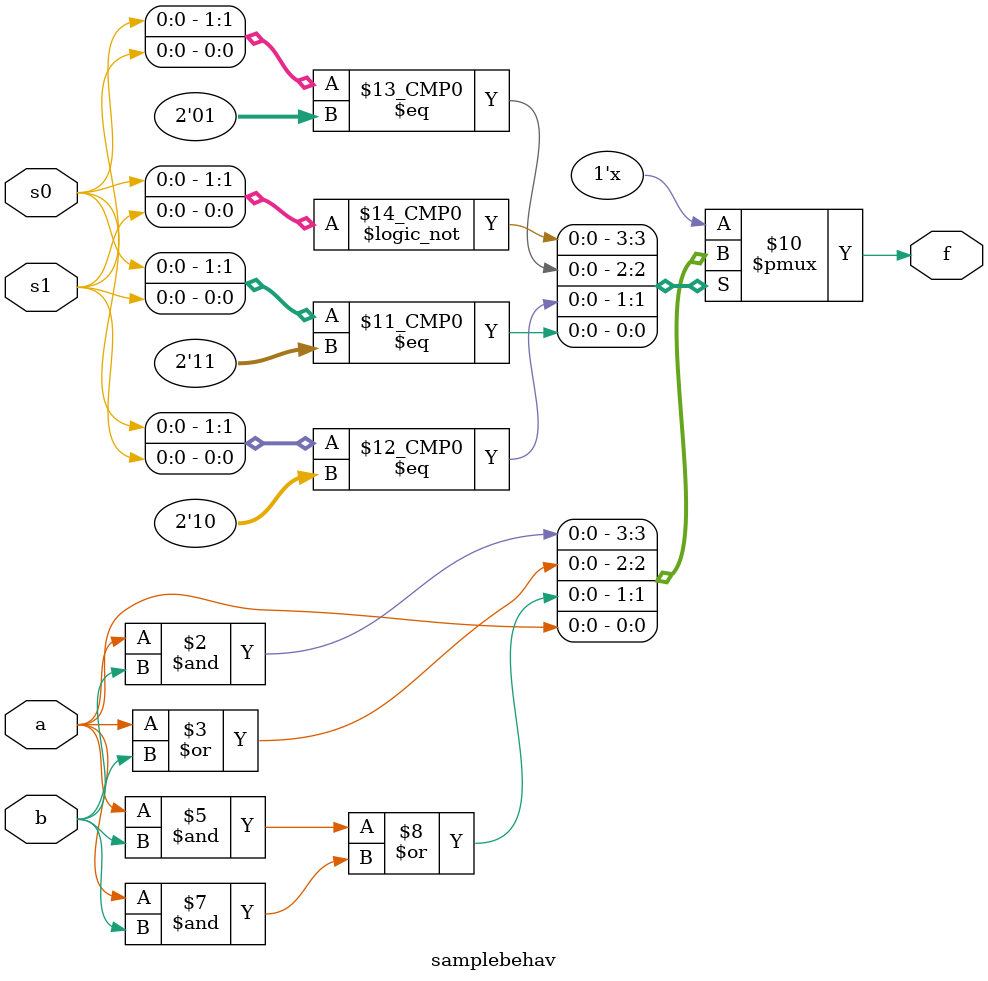
<source format=v>
module samplebehav(a,b,s0,s1,f);
input a,b,s0,s1;
output f;
reg f;
always@(a or b or s0 or s1)
case({s0,s1})
2'b00: begin f=a&b; end
2'b01: begin f=a|b; end
2'b10: begin f=(a&(-b))|((-a)&b); end
2'b11: begin f=(-a); end
endcase
endmodule


</source>
